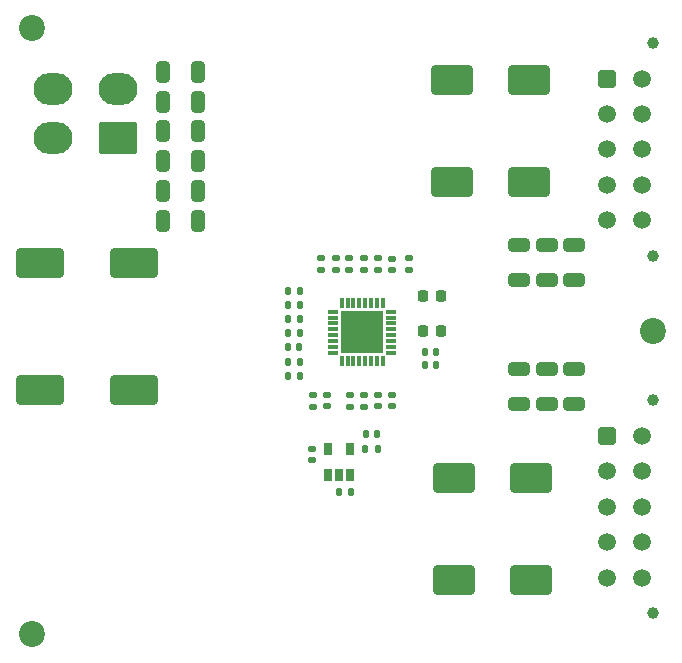
<source format=gbr>
G04 #@! TF.GenerationSoftware,KiCad,Pcbnew,(5.99.0-12889-g70df3822b5)*
G04 #@! TF.CreationDate,2021-11-21T19:13:50+08:00*
G04 #@! TF.ProjectId,Dual-Power,4475616c-2d50-46f7-9765-722e6b696361,rev?*
G04 #@! TF.SameCoordinates,Original*
G04 #@! TF.FileFunction,Soldermask,Top*
G04 #@! TF.FilePolarity,Negative*
%FSLAX46Y46*%
G04 Gerber Fmt 4.6, Leading zero omitted, Abs format (unit mm)*
G04 Created by KiCad (PCBNEW (5.99.0-12889-g70df3822b5)) date 2021-11-21 19:13:50*
%MOMM*%
%LPD*%
G01*
G04 APERTURE LIST*
G04 Aperture macros list*
%AMRoundRect*
0 Rectangle with rounded corners*
0 $1 Rounding radius*
0 $2 $3 $4 $5 $6 $7 $8 $9 X,Y pos of 4 corners*
0 Add a 4 corners polygon primitive as box body*
4,1,4,$2,$3,$4,$5,$6,$7,$8,$9,$2,$3,0*
0 Add four circle primitives for the rounded corners*
1,1,$1+$1,$2,$3*
1,1,$1+$1,$4,$5*
1,1,$1+$1,$6,$7*
1,1,$1+$1,$8,$9*
0 Add four rect primitives between the rounded corners*
20,1,$1+$1,$2,$3,$4,$5,0*
20,1,$1+$1,$4,$5,$6,$7,0*
20,1,$1+$1,$6,$7,$8,$9,0*
20,1,$1+$1,$8,$9,$2,$3,0*%
G04 Aperture macros list end*
%ADD10R,0.804800X0.300000*%
%ADD11R,0.300000X0.804800*%
%ADD12R,3.550000X3.550000*%
%ADD13RoundRect,0.140000X0.140000X0.170000X-0.140000X0.170000X-0.140000X-0.170000X0.140000X-0.170000X0*%
%ADD14RoundRect,0.140000X0.170000X-0.140000X0.170000X0.140000X-0.170000X0.140000X-0.170000X-0.140000X0*%
%ADD15RoundRect,0.225000X-0.225000X-0.250000X0.225000X-0.250000X0.225000X0.250000X-0.225000X0.250000X0*%
%ADD16RoundRect,0.140000X-0.170000X0.140000X-0.170000X-0.140000X0.170000X-0.140000X0.170000X0.140000X0*%
%ADD17RoundRect,0.140000X-0.140000X-0.170000X0.140000X-0.170000X0.140000X0.170000X-0.140000X0.170000X0*%
%ADD18RoundRect,0.249999X-0.650001X0.325001X-0.650001X-0.325001X0.650001X-0.325001X0.650001X0.325001X0*%
%ADD19RoundRect,0.249999X0.650001X-0.325001X0.650001X0.325001X-0.650001X0.325001X-0.650001X-0.325001X0*%
%ADD20RoundRect,0.135000X0.135000X0.185000X-0.135000X0.185000X-0.135000X-0.185000X0.135000X-0.185000X0*%
%ADD21RoundRect,0.135000X-0.135000X-0.185000X0.135000X-0.185000X0.135000X0.185000X-0.135000X0.185000X0*%
%ADD22RoundRect,0.135000X0.185000X-0.135000X0.185000X0.135000X-0.185000X0.135000X-0.185000X-0.135000X0*%
%ADD23RoundRect,0.135000X-0.185000X0.135000X-0.185000X-0.135000X0.185000X-0.135000X0.185000X0.135000X0*%
%ADD24R,0.650000X1.060000*%
%ADD25RoundRect,0.249999X0.325001X0.650001X-0.325001X0.650001X-0.325001X-0.650001X0.325001X-0.650001X0*%
%ADD26C,2.200000*%
%ADD27RoundRect,0.250000X1.750000X1.000000X-1.750000X1.000000X-1.750000X-1.000000X1.750000X-1.000000X0*%
%ADD28RoundRect,0.250000X-1.500000X-1.000000X1.500000X-1.000000X1.500000X1.000000X-1.500000X1.000000X0*%
%ADD29RoundRect,0.250000X1.500000X1.000000X-1.500000X1.000000X-1.500000X-1.000000X1.500000X-1.000000X0*%
%ADD30C,1.000000*%
%ADD31RoundRect,0.250000X-0.500000X0.500000X-0.500000X-0.500000X0.500000X-0.500000X0.500000X0.500000X0*%
%ADD32C,1.500000*%
%ADD33RoundRect,0.250001X1.399999X-1.099999X1.399999X1.099999X-1.399999X1.099999X-1.399999X-1.099999X0*%
%ADD34O,3.300000X2.700000*%
G04 APERTURE END LIST*
D10*
G04 #@! TO.C,U1*
X140347600Y-85590000D03*
X140347600Y-86090000D03*
X140347600Y-86590000D03*
X140347600Y-87090000D03*
X140347600Y-87590000D03*
X140347600Y-88090000D03*
X140347600Y-88590000D03*
X140347600Y-89090000D03*
D11*
X141050000Y-89792400D03*
X141550000Y-89792400D03*
X142050000Y-89792400D03*
X142550000Y-89792400D03*
X143050000Y-89792400D03*
X143550000Y-89792400D03*
X144050000Y-89792400D03*
X144550000Y-89792400D03*
D10*
X145252400Y-89090000D03*
X145252400Y-88590000D03*
X145252400Y-88090000D03*
X145252400Y-87590000D03*
X145252400Y-87090000D03*
X145252400Y-86590000D03*
X145252400Y-86090000D03*
X145252400Y-85590000D03*
D11*
X144550000Y-84887600D03*
X144050000Y-84887600D03*
X143550000Y-84887600D03*
X143050000Y-84887600D03*
X142550000Y-84887600D03*
X142050000Y-84887600D03*
X141550000Y-84887600D03*
X141050000Y-84887600D03*
D12*
X142800000Y-87340000D03*
G04 #@! TD*
D13*
G04 #@! TO.C,C5*
X144060000Y-95990000D03*
X143100000Y-95990000D03*
G04 #@! TD*
D14*
G04 #@! TO.C,C6*
X144170000Y-93620000D03*
X144170000Y-92660000D03*
G04 #@! TD*
D15*
G04 #@! TO.C,C7*
X147925000Y-87200000D03*
X149475000Y-87200000D03*
G04 #@! TD*
D14*
G04 #@! TO.C,C8*
X145300000Y-93620000D03*
X145300000Y-92660000D03*
G04 #@! TD*
D13*
G04 #@! TO.C,C9*
X149080000Y-89000000D03*
X148120000Y-89000000D03*
G04 #@! TD*
D14*
G04 #@! TO.C,C10*
X146760000Y-82040000D03*
X146760000Y-81080000D03*
G04 #@! TD*
D16*
G04 #@! TO.C,C11*
X145300000Y-81100000D03*
X145300000Y-82060000D03*
G04 #@! TD*
D14*
G04 #@! TO.C,C12*
X142970000Y-82050000D03*
X142970000Y-81090000D03*
G04 #@! TD*
D17*
G04 #@! TO.C,C13*
X136510000Y-88603332D03*
X137470000Y-88603332D03*
G04 #@! TD*
D16*
G04 #@! TO.C,C14*
X138520000Y-97210000D03*
X138520000Y-98170000D03*
G04 #@! TD*
D13*
G04 #@! TO.C,C15*
X149070000Y-90110000D03*
X148110000Y-90110000D03*
G04 #@! TD*
D18*
G04 #@! TO.C,C17*
X160699999Y-90487500D03*
X160699999Y-93437500D03*
G04 #@! TD*
D14*
G04 #@! TO.C,C21*
X139810000Y-93620000D03*
X139810000Y-92660000D03*
G04 #@! TD*
D15*
G04 #@! TO.C,C23*
X147925000Y-84300000D03*
X149475000Y-84300000D03*
G04 #@! TD*
D14*
G04 #@! TO.C,C25*
X139300000Y-82050000D03*
X139300000Y-81090000D03*
G04 #@! TD*
D19*
G04 #@! TO.C,C26*
X160700000Y-82927500D03*
X160700000Y-79977500D03*
G04 #@! TD*
G04 #@! TO.C,C27*
X156100000Y-82927500D03*
X156100000Y-79977500D03*
G04 #@! TD*
G04 #@! TO.C,C28*
X158400000Y-82927500D03*
X158400000Y-79977500D03*
G04 #@! TD*
D20*
G04 #@! TO.C,R1*
X137510000Y-91010000D03*
X136490000Y-91010000D03*
G04 #@! TD*
D21*
G04 #@! TO.C,R2*
X136480000Y-89850000D03*
X137500000Y-89850000D03*
G04 #@! TD*
D22*
G04 #@! TO.C,R3*
X142980000Y-93650000D03*
X142980000Y-92630000D03*
G04 #@! TD*
G04 #@! TO.C,R4*
X144090000Y-82080000D03*
X144090000Y-81060000D03*
G04 #@! TD*
D20*
G04 #@! TO.C,R5*
X137500000Y-83800000D03*
X136480000Y-83800000D03*
G04 #@! TD*
G04 #@! TO.C,R6*
X137500000Y-85003333D03*
X136480000Y-85003333D03*
G04 #@! TD*
D21*
G04 #@! TO.C,R7*
X136480000Y-86206666D03*
X137500000Y-86206666D03*
G04 #@! TD*
G04 #@! TO.C,R8*
X136480000Y-87409999D03*
X137500000Y-87409999D03*
G04 #@! TD*
D23*
G04 #@! TO.C,R9*
X141790000Y-92630000D03*
X141790000Y-93650000D03*
G04 #@! TD*
D21*
G04 #@! TO.C,R10*
X143070000Y-97210000D03*
X144090000Y-97210000D03*
G04 #@! TD*
D20*
G04 #@! TO.C,R11*
X141850000Y-100879999D03*
X140830000Y-100879999D03*
G04 #@! TD*
D22*
G04 #@! TO.C,R13*
X138600000Y-93650000D03*
X138600000Y-92630000D03*
G04 #@! TD*
D23*
G04 #@! TO.C,R15*
X141690000Y-81060000D03*
X141690000Y-82080000D03*
G04 #@! TD*
D22*
G04 #@! TO.C,R16*
X140540000Y-82080000D03*
X140540000Y-81060000D03*
G04 #@! TD*
D24*
G04 #@! TO.C,U2*
X139880000Y-99409999D03*
X140830000Y-99409999D03*
X141780000Y-99409999D03*
X141780000Y-97209999D03*
X139880000Y-97209999D03*
G04 #@! TD*
D18*
G04 #@! TO.C,C30*
X156100000Y-90487500D03*
X156100000Y-93437500D03*
G04 #@! TD*
G04 #@! TO.C,C31*
X158400000Y-90487500D03*
X158400000Y-93437500D03*
G04 #@! TD*
D25*
G04 #@! TO.C,Cx2*
X128875000Y-65288888D03*
X125925000Y-65288888D03*
G04 #@! TD*
D26*
G04 #@! TO.C,H1*
X114800000Y-112900000D03*
G04 #@! TD*
G04 #@! TO.C,H2*
X114800000Y-61600000D03*
G04 #@! TD*
G04 #@! TO.C,H3*
X167400000Y-87200000D03*
G04 #@! TD*
D27*
G04 #@! TO.C,Cl1*
X123500000Y-92200000D03*
X115500000Y-92200000D03*
G04 #@! TD*
G04 #@! TO.C,Cl2*
X123500000Y-81500000D03*
X115500000Y-81500000D03*
G04 #@! TD*
D25*
G04 #@! TO.C,Cx3*
X128875000Y-72855554D03*
X125925000Y-72855554D03*
G04 #@! TD*
G04 #@! TO.C,Cx4*
X128875000Y-75377776D03*
X125925000Y-75377776D03*
G04 #@! TD*
G04 #@! TO.C,Cx5*
X128875000Y-77900000D03*
X125925000Y-77900000D03*
G04 #@! TD*
G04 #@! TO.C,Cx6*
X128875000Y-70333332D03*
X125925000Y-70333332D03*
G04 #@! TD*
G04 #@! TO.C,Cx7*
X128875000Y-67811110D03*
X125925000Y-67811110D03*
G04 #@! TD*
D28*
G04 #@! TO.C,C33*
X150550000Y-99700000D03*
X157050000Y-99700000D03*
G04 #@! TD*
G04 #@! TO.C,C34*
X150550000Y-108350000D03*
X157050000Y-108350000D03*
G04 #@! TD*
D29*
G04 #@! TO.C,C35*
X156920000Y-74600000D03*
X150420000Y-74600000D03*
G04 #@! TD*
G04 #@! TO.C,C36*
X156919999Y-65950000D03*
X150419999Y-65950000D03*
G04 #@! TD*
D30*
G04 #@! TO.C,J1*
X167440000Y-62860000D03*
X167440000Y-80860000D03*
D31*
X163500000Y-65860000D03*
D32*
X163500000Y-68860000D03*
X163500000Y-71860000D03*
X163500000Y-74860000D03*
X163500000Y-77860000D03*
X166500000Y-65860000D03*
X166500000Y-68860000D03*
X166500000Y-71860000D03*
X166500000Y-74860000D03*
X166500000Y-77860000D03*
G04 #@! TD*
D30*
G04 #@! TO.C,J2*
X167440000Y-93110000D03*
X167440000Y-111110000D03*
D31*
X163500000Y-96110000D03*
D32*
X163500000Y-99110000D03*
X163500000Y-102110000D03*
X163500000Y-105110000D03*
X163500000Y-108110000D03*
X166500000Y-96110000D03*
X166500000Y-99110000D03*
X166500000Y-102110000D03*
X166500000Y-105110000D03*
X166500000Y-108110000D03*
G04 #@! TD*
D33*
G04 #@! TO.C,J3*
X122100000Y-70900000D03*
D34*
X122100000Y-66700000D03*
X116600000Y-70900000D03*
X116600000Y-66700000D03*
G04 #@! TD*
M02*

</source>
